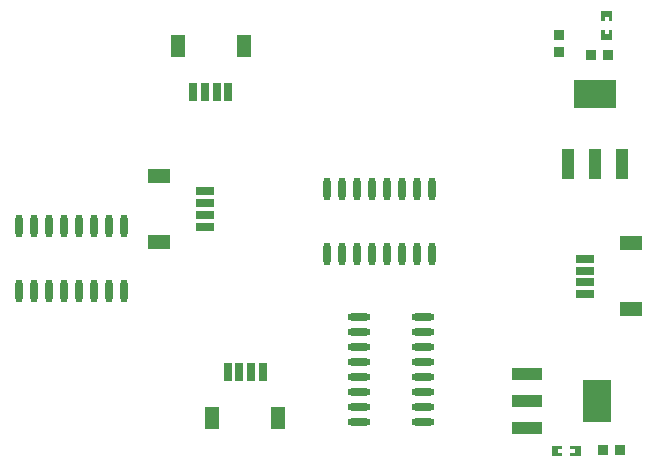
<source format=gbp>
G04 Layer: BottomPasteMaskLayer*
G04 EasyEDA v6.5.48, 2025-03-06 20:53:55*
G04 c2aac520c91a4c19a6c498b25d38bc05,84066bfdb5964fb78f634a0d0c1972bb,10*
G04 Gerber Generator version 0.2*
G04 Scale: 100 percent, Rotated: No, Reflected: No *
G04 Dimensions in millimeters *
G04 leading zeros omitted , absolute positions ,4 integer and 5 decimal *
%FSLAX45Y45*%
%MOMM*%

%AMMACRO1*21,1,$1,$2,0,0,$3*%
%ADD10MACRO1,1.2X1.8X0.0000*%
%ADD11MACRO1,0.6X1.55X0.0000*%
%ADD12MACRO1,1.2X1.8X-90.0000*%
%ADD13MACRO1,0.6X1.55X-90.0000*%
%ADD14MACRO1,1.2X1.8X90.0000*%
%ADD15MACRO1,0.6X1.55X90.0000*%
%ADD16MACRO1,0.8X0.9X0.0000*%
%ADD17O,0.6020054X1.9709892*%
%ADD18O,1.9709892X0.6020054*%
%ADD19MACRO1,2.5X1.1X0.0000*%
%ADD20R,2.3400X3.6000*%
%ADD21MACRO1,2.5X1.1X-90.0000*%
%ADD22MACRO1,3.6X2.34X0.0000*%
%ADD23MACRO1,0.8X0.9X-90.0000*%

%LPD*%
G36*
X5196738Y269087D02*
G01*
X5191760Y264109D01*
X5191760Y239928D01*
X5228742Y239928D01*
X5228742Y206908D01*
X5191760Y206908D01*
X5191760Y184099D01*
X5196738Y179120D01*
X5276748Y179120D01*
X5281726Y184099D01*
X5281726Y264109D01*
X5276748Y269087D01*
G37*
G36*
X5037734Y269087D02*
G01*
X5032756Y264109D01*
X5032756Y184099D01*
X5037734Y179120D01*
X5116728Y179120D01*
X5121757Y184099D01*
X5121757Y206908D01*
X5083759Y206908D01*
X5083759Y239928D01*
X5121757Y239928D01*
X5121757Y264109D01*
X5116728Y269087D01*
G37*
G36*
X5459577Y3792321D02*
G01*
X5454599Y3787292D01*
X5454599Y3707282D01*
X5459577Y3702304D01*
X5539587Y3702304D01*
X5544566Y3707282D01*
X5544566Y3787292D01*
X5539587Y3792321D01*
X5515356Y3792321D01*
X5515356Y3755288D01*
X5482386Y3755288D01*
X5482386Y3792321D01*
G37*
G36*
X5459577Y3951325D02*
G01*
X5454599Y3946296D01*
X5454599Y3867302D01*
X5459577Y3862324D01*
X5482386Y3862324D01*
X5482386Y3900322D01*
X5515356Y3900322D01*
X5515356Y3862324D01*
X5539587Y3862324D01*
X5544566Y3867302D01*
X5544566Y3946296D01*
X5539587Y3951325D01*
G37*
D10*
G01*
X2425890Y3654767D03*
G01*
X1865884Y3654719D03*
D11*
G01*
X2195923Y3267215D03*
G01*
X2295921Y3267217D03*
G01*
X1995906Y3267168D03*
G01*
X2095906Y3267168D03*
D10*
G01*
X2159005Y504294D03*
G01*
X2719011Y504342D03*
D11*
G01*
X2388971Y891846D03*
G01*
X2288974Y891844D03*
G01*
X2588988Y891893D03*
G01*
X2488989Y891893D03*
D12*
G01*
X5705086Y1423118D03*
G01*
X5705038Y1983125D03*
D13*
G01*
X5317534Y1653085D03*
G01*
X5317535Y1553088D03*
G01*
X5317487Y1853102D03*
G01*
X5317487Y1753102D03*
D14*
G01*
X1706199Y2552501D03*
G01*
X1706247Y1992495D03*
D15*
G01*
X2093751Y2322535D03*
G01*
X2093749Y2422532D03*
G01*
X2093798Y2122517D03*
G01*
X2093798Y2222517D03*
D16*
G01*
X5469369Y235767D03*
G01*
X5609369Y235767D03*
G01*
X5509470Y3578702D03*
G01*
X5369471Y3578702D03*
D17*
G01*
X4021302Y1892706D03*
G01*
X3894302Y1892706D03*
G01*
X3767302Y1892706D03*
G01*
X3640302Y1892706D03*
G01*
X3513302Y1892706D03*
G01*
X3386302Y1892706D03*
G01*
X3259302Y1892706D03*
G01*
X3132302Y1892706D03*
G01*
X4021302Y2439822D03*
G01*
X3894302Y2439822D03*
G01*
X3767302Y2439822D03*
G01*
X3640302Y2439822D03*
G01*
X3513302Y2439822D03*
G01*
X3386302Y2439822D03*
G01*
X3259302Y2439822D03*
G01*
X3132302Y2439822D03*
G01*
X1414424Y1582115D03*
G01*
X1287424Y1582115D03*
G01*
X1160424Y1582115D03*
G01*
X1033424Y1582115D03*
G01*
X906424Y1582115D03*
G01*
X779424Y1582115D03*
G01*
X652424Y1582115D03*
G01*
X525424Y1582115D03*
G01*
X1414424Y2129231D03*
G01*
X1287424Y2129231D03*
G01*
X1160424Y2129231D03*
G01*
X1033424Y2129231D03*
G01*
X906424Y2129231D03*
G01*
X779424Y2129231D03*
G01*
X652424Y2129231D03*
G01*
X525424Y2129231D03*
D18*
G01*
X3399459Y473659D03*
G01*
X3399459Y600659D03*
G01*
X3399459Y727659D03*
G01*
X3399459Y854659D03*
G01*
X3399459Y981659D03*
G01*
X3399459Y1108659D03*
G01*
X3399459Y1235659D03*
G01*
X3399459Y1362659D03*
G01*
X3946575Y473659D03*
G01*
X3946575Y600659D03*
G01*
X3946575Y727659D03*
G01*
X3946575Y854659D03*
G01*
X3946575Y981659D03*
G01*
X3946575Y1108659D03*
G01*
X3946575Y1235659D03*
G01*
X3946575Y1362659D03*
D19*
G01*
X4823245Y420141D03*
G01*
X4823245Y650138D03*
G01*
X4823245Y880135D03*
D20*
G01*
X5417235Y650138D03*
D21*
G01*
X5627273Y2655078D03*
G01*
X5397276Y2655078D03*
G01*
X5167279Y2655078D03*
D22*
G01*
X5397276Y3249074D03*
D23*
G01*
X5093373Y3745102D03*
G01*
X5093373Y3605103D03*
M02*

</source>
